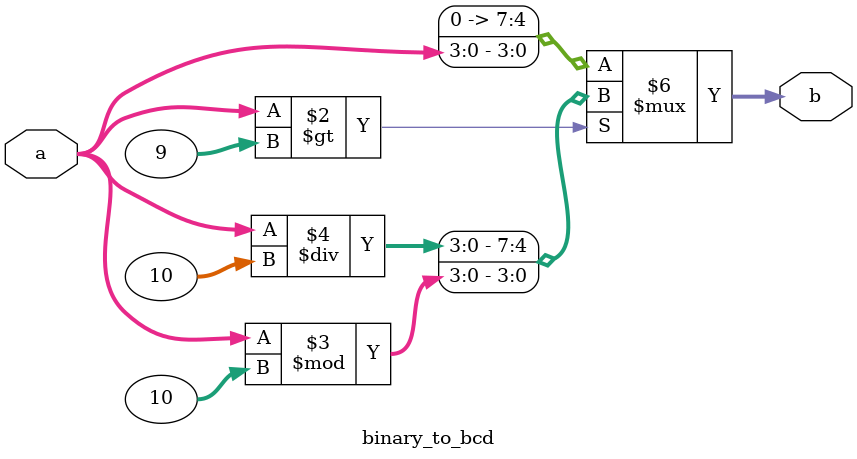
<source format=v>

module binary_to_bcd(
input [3:0]a,
output reg [7:0]b);

integer mod,div; 

	always @(*) begin 
		if (a > 9) begin
		mod = a % 10;   // once term
		div = a / 10;   // tens term

		b = {div[3:0],mod[3:0]};
		end

		else
		b = {4'b0000, a};
	end

endmodule
</source>
